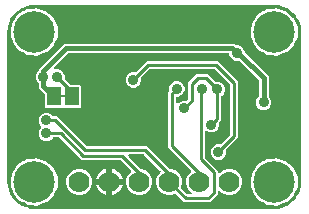
<source format=gbr>
G04 EAGLE Gerber RS-274X export*
G75*
%MOMM*%
%FSLAX34Y34*%
%LPD*%
%INBottom Copper*%
%IPPOS*%
%AMOC8*
5,1,8,0,0,1.08239X$1,22.5*%
G01*
%ADD10C,1.778000*%
%ADD11C,3.516000*%
%ADD12R,1.168400X1.600200*%
%ADD13R,0.635000X0.203200*%
%ADD14C,0.889000*%
%ADD15C,0.254000*%
%ADD16C,0.406400*%

G36*
X228622Y2543D02*
X228622Y2543D01*
X228700Y2545D01*
X232077Y2810D01*
X232145Y2824D01*
X232214Y2829D01*
X232370Y2869D01*
X238794Y4956D01*
X238901Y5006D01*
X239012Y5050D01*
X239063Y5083D01*
X239082Y5091D01*
X239097Y5104D01*
X239148Y5136D01*
X244612Y9107D01*
X244699Y9188D01*
X244746Y9227D01*
X244752Y9231D01*
X244753Y9233D01*
X244791Y9264D01*
X244829Y9310D01*
X244844Y9324D01*
X244855Y9341D01*
X244893Y9387D01*
X246586Y11717D01*
X246599Y11741D01*
X246616Y11761D01*
X246675Y11879D01*
X246739Y11996D01*
X246746Y12022D01*
X246758Y12046D01*
X246785Y12174D01*
X246799Y12185D01*
X246823Y12196D01*
X246925Y12281D01*
X247031Y12361D01*
X247048Y12382D01*
X247068Y12398D01*
X247171Y12522D01*
X248864Y14852D01*
X248921Y14956D01*
X248985Y15056D01*
X249007Y15113D01*
X249017Y15131D01*
X249022Y15151D01*
X249044Y15206D01*
X251131Y21630D01*
X251144Y21698D01*
X251167Y21764D01*
X251190Y21923D01*
X251455Y25300D01*
X251455Y25304D01*
X251456Y25307D01*
X251455Y25326D01*
X251459Y25400D01*
X251459Y152400D01*
X251457Y152422D01*
X251455Y152500D01*
X251190Y155877D01*
X251176Y155945D01*
X251171Y156014D01*
X251131Y156170D01*
X249044Y162594D01*
X248993Y162701D01*
X248950Y162812D01*
X248917Y162863D01*
X248909Y162882D01*
X248896Y162897D01*
X248864Y162948D01*
X247171Y165278D01*
X247153Y165297D01*
X247139Y165320D01*
X247044Y165413D01*
X246953Y165509D01*
X246931Y165524D01*
X246912Y165542D01*
X246798Y165608D01*
X246792Y165624D01*
X246789Y165651D01*
X246740Y165775D01*
X246697Y165900D01*
X246682Y165922D01*
X246672Y165947D01*
X246586Y166083D01*
X244893Y168413D01*
X244812Y168499D01*
X244736Y168591D01*
X244690Y168629D01*
X244676Y168644D01*
X244658Y168655D01*
X244612Y168693D01*
X239148Y172664D01*
X239044Y172721D01*
X238944Y172785D01*
X238887Y172807D01*
X238869Y172817D01*
X238849Y172822D01*
X238794Y172844D01*
X232370Y174931D01*
X232302Y174944D01*
X232236Y174967D01*
X232077Y174990D01*
X228700Y175255D01*
X228678Y175254D01*
X228600Y175259D01*
X25400Y175259D01*
X25378Y175257D01*
X25300Y175255D01*
X21923Y174990D01*
X21855Y174976D01*
X21786Y174971D01*
X21630Y174931D01*
X18892Y174041D01*
X18867Y174030D01*
X18841Y174024D01*
X18724Y173963D01*
X18604Y173906D01*
X18583Y173889D01*
X18560Y173877D01*
X18462Y173789D01*
X18445Y173788D01*
X18418Y173793D01*
X18286Y173785D01*
X18153Y173783D01*
X18128Y173775D01*
X18101Y173774D01*
X17945Y173734D01*
X15206Y172844D01*
X15099Y172794D01*
X14988Y172750D01*
X14937Y172717D01*
X14918Y172709D01*
X14903Y172696D01*
X14852Y172664D01*
X9388Y168693D01*
X9301Y168612D01*
X9209Y168536D01*
X9171Y168490D01*
X9156Y168476D01*
X9145Y168458D01*
X9107Y168412D01*
X5136Y162948D01*
X5079Y162844D01*
X5015Y162744D01*
X4993Y162687D01*
X4983Y162669D01*
X4978Y162649D01*
X4956Y162594D01*
X2869Y156170D01*
X2856Y156102D01*
X2833Y156036D01*
X2810Y155877D01*
X2545Y152500D01*
X2546Y152478D01*
X2541Y152400D01*
X2541Y25400D01*
X2543Y25378D01*
X2545Y25300D01*
X2810Y21923D01*
X2824Y21855D01*
X2829Y21786D01*
X2869Y21630D01*
X4956Y15206D01*
X5006Y15099D01*
X5050Y14988D01*
X5083Y14937D01*
X5091Y14918D01*
X5104Y14903D01*
X5136Y14852D01*
X9107Y9388D01*
X9127Y9366D01*
X9138Y9348D01*
X9184Y9305D01*
X9188Y9301D01*
X9264Y9209D01*
X9310Y9171D01*
X9324Y9156D01*
X9342Y9145D01*
X9388Y9107D01*
X14852Y5136D01*
X14956Y5079D01*
X15056Y5015D01*
X15113Y4993D01*
X15131Y4983D01*
X15151Y4978D01*
X15206Y4956D01*
X17945Y4066D01*
X17971Y4061D01*
X17996Y4051D01*
X18127Y4031D01*
X18257Y4006D01*
X18284Y4008D01*
X18310Y4004D01*
X18441Y4018D01*
X18455Y4008D01*
X18474Y3989D01*
X18585Y3917D01*
X18694Y3842D01*
X18719Y3832D01*
X18742Y3818D01*
X18892Y3759D01*
X21630Y2869D01*
X21698Y2856D01*
X21764Y2833D01*
X21923Y2810D01*
X25300Y2545D01*
X25322Y2546D01*
X25400Y2541D01*
X228600Y2541D01*
X228622Y2543D01*
G37*
%LPC*%
G36*
X152302Y8127D02*
X152302Y8127D01*
X145357Y15072D01*
X145333Y15091D01*
X145314Y15113D01*
X145208Y15188D01*
X145106Y15267D01*
X145078Y15279D01*
X145054Y15296D01*
X144933Y15342D01*
X144814Y15394D01*
X144785Y15398D01*
X144757Y15409D01*
X144628Y15423D01*
X144500Y15444D01*
X144470Y15441D01*
X144441Y15444D01*
X144312Y15426D01*
X144183Y15414D01*
X144155Y15404D01*
X144126Y15400D01*
X143974Y15348D01*
X141873Y14477D01*
X137527Y14477D01*
X133513Y16140D01*
X130440Y19213D01*
X128777Y23227D01*
X128777Y27573D01*
X130440Y31587D01*
X131919Y33066D01*
X131992Y33160D01*
X132070Y33249D01*
X132089Y33285D01*
X132114Y33317D01*
X132161Y33426D01*
X132215Y33532D01*
X132224Y33572D01*
X132240Y33609D01*
X132259Y33727D01*
X132285Y33842D01*
X132283Y33883D01*
X132290Y33923D01*
X132279Y34041D01*
X132275Y34160D01*
X132264Y34199D01*
X132260Y34239D01*
X132220Y34352D01*
X132187Y34466D01*
X132166Y34501D01*
X132152Y34539D01*
X132085Y34637D01*
X132025Y34740D01*
X131985Y34785D01*
X131974Y34802D01*
X131958Y34815D01*
X131919Y34861D01*
X118384Y48396D01*
X118305Y48456D01*
X118233Y48524D01*
X118180Y48553D01*
X118132Y48590D01*
X118041Y48630D01*
X117955Y48678D01*
X117896Y48693D01*
X117841Y48717D01*
X117743Y48732D01*
X117647Y48757D01*
X117547Y48763D01*
X117526Y48767D01*
X117514Y48765D01*
X117486Y48767D01*
X106288Y48767D01*
X106150Y48750D01*
X106011Y48737D01*
X105992Y48730D01*
X105972Y48727D01*
X105843Y48676D01*
X105712Y48629D01*
X105695Y48618D01*
X105677Y48610D01*
X105564Y48529D01*
X105449Y48451D01*
X105436Y48435D01*
X105419Y48424D01*
X105331Y48316D01*
X105238Y48212D01*
X105229Y48194D01*
X105216Y48179D01*
X105157Y48053D01*
X105094Y47929D01*
X105089Y47909D01*
X105081Y47891D01*
X105055Y47755D01*
X105024Y47619D01*
X105025Y47598D01*
X105021Y47579D01*
X105030Y47440D01*
X105034Y47301D01*
X105040Y47281D01*
X105041Y47261D01*
X105084Y47129D01*
X105122Y46995D01*
X105133Y46978D01*
X105139Y46959D01*
X105213Y46841D01*
X105284Y46721D01*
X105302Y46700D01*
X105309Y46690D01*
X105324Y46676D01*
X105390Y46601D01*
X115296Y36694D01*
X115375Y36634D01*
X115447Y36566D01*
X115500Y36537D01*
X115548Y36500D01*
X115639Y36460D01*
X115725Y36412D01*
X115784Y36397D01*
X115839Y36373D01*
X115937Y36358D01*
X116033Y36333D01*
X116133Y36327D01*
X116154Y36323D01*
X116166Y36325D01*
X116194Y36323D01*
X116473Y36323D01*
X120487Y34660D01*
X123560Y31587D01*
X125223Y27573D01*
X125223Y23227D01*
X123560Y19213D01*
X120487Y16140D01*
X116473Y14477D01*
X112127Y14477D01*
X108113Y16140D01*
X105040Y19213D01*
X103377Y23227D01*
X103377Y27573D01*
X105040Y31587D01*
X107154Y33701D01*
X107227Y33795D01*
X107305Y33884D01*
X107324Y33920D01*
X107349Y33952D01*
X107396Y34061D01*
X107450Y34167D01*
X107459Y34207D01*
X107475Y34244D01*
X107494Y34362D01*
X107520Y34477D01*
X107518Y34518D01*
X107525Y34558D01*
X107514Y34676D01*
X107510Y34795D01*
X107499Y34834D01*
X107495Y34874D01*
X107455Y34987D01*
X107422Y35101D01*
X107401Y35136D01*
X107387Y35174D01*
X107320Y35272D01*
X107260Y35375D01*
X107220Y35420D01*
X107209Y35437D01*
X107193Y35450D01*
X107154Y35496D01*
X98826Y43824D01*
X98747Y43884D01*
X98675Y43952D01*
X98622Y43981D01*
X98574Y44018D01*
X98483Y44058D01*
X98397Y44106D01*
X98338Y44121D01*
X98283Y44145D01*
X98185Y44160D01*
X98089Y44185D01*
X97989Y44191D01*
X97968Y44195D01*
X97956Y44193D01*
X97928Y44195D01*
X65318Y44195D01*
X63012Y46501D01*
X63012Y46502D01*
X46640Y62874D01*
X46562Y62934D01*
X46490Y63002D01*
X46437Y63031D01*
X46389Y63068D01*
X46298Y63108D01*
X46211Y63156D01*
X46152Y63171D01*
X46097Y63195D01*
X45999Y63210D01*
X45903Y63235D01*
X45803Y63241D01*
X45783Y63245D01*
X45770Y63243D01*
X45742Y63245D01*
X41944Y63245D01*
X41846Y63233D01*
X41747Y63230D01*
X41688Y63213D01*
X41628Y63205D01*
X41536Y63169D01*
X41441Y63141D01*
X41389Y63111D01*
X41333Y63088D01*
X41253Y63030D01*
X41167Y62980D01*
X41092Y62914D01*
X41075Y62902D01*
X41068Y62892D01*
X41046Y62874D01*
X39229Y61056D01*
X36849Y60070D01*
X34271Y60070D01*
X31891Y61056D01*
X30068Y62879D01*
X29082Y65259D01*
X29082Y67837D01*
X30068Y70217D01*
X30963Y71112D01*
X31036Y71206D01*
X31114Y71295D01*
X31133Y71331D01*
X31158Y71363D01*
X31205Y71472D01*
X31259Y71578D01*
X31268Y71617D01*
X31284Y71655D01*
X31303Y71772D01*
X31329Y71888D01*
X31327Y71929D01*
X31334Y71969D01*
X31323Y72087D01*
X31319Y72206D01*
X31308Y72245D01*
X31304Y72285D01*
X31264Y72397D01*
X31231Y72512D01*
X31210Y72547D01*
X31196Y72585D01*
X31129Y72683D01*
X31069Y72786D01*
X31029Y72831D01*
X31018Y72848D01*
X31002Y72861D01*
X30963Y72907D01*
X30068Y73801D01*
X29082Y76181D01*
X29082Y78759D01*
X30068Y81139D01*
X31891Y82962D01*
X34271Y83948D01*
X36849Y83948D01*
X39229Y82962D01*
X41046Y81144D01*
X41125Y81084D01*
X41197Y81016D01*
X41250Y80987D01*
X41298Y80950D01*
X41389Y80910D01*
X41475Y80862D01*
X41534Y80847D01*
X41590Y80823D01*
X41688Y80808D01*
X41783Y80783D01*
X41883Y80777D01*
X41904Y80773D01*
X41916Y80775D01*
X41944Y80773D01*
X44548Y80773D01*
X69576Y55744D01*
X69655Y55684D01*
X69727Y55616D01*
X69780Y55587D01*
X69828Y55550D01*
X69919Y55510D01*
X70005Y55462D01*
X70064Y55447D01*
X70119Y55423D01*
X70217Y55408D01*
X70313Y55383D01*
X70413Y55377D01*
X70434Y55373D01*
X70446Y55375D01*
X70474Y55373D01*
X120748Y55373D01*
X139426Y36694D01*
X139505Y36634D01*
X139577Y36566D01*
X139630Y36537D01*
X139678Y36500D01*
X139769Y36460D01*
X139855Y36412D01*
X139914Y36397D01*
X139969Y36373D01*
X140067Y36358D01*
X140163Y36333D01*
X140263Y36327D01*
X140284Y36323D01*
X140296Y36325D01*
X140324Y36323D01*
X141873Y36323D01*
X145887Y34660D01*
X148960Y31587D01*
X150623Y27573D01*
X150623Y23227D01*
X149752Y21126D01*
X149745Y21098D01*
X149731Y21072D01*
X149703Y20944D01*
X149669Y20820D01*
X149668Y20790D01*
X149662Y20761D01*
X149666Y20632D01*
X149663Y20502D01*
X149670Y20473D01*
X149671Y20443D01*
X149707Y20319D01*
X149738Y20192D01*
X149751Y20166D01*
X149760Y20138D01*
X149826Y20026D01*
X149886Y19911D01*
X149906Y19889D01*
X149921Y19864D01*
X150028Y19743D01*
X154666Y15104D01*
X154745Y15044D01*
X154817Y14976D01*
X154870Y14947D01*
X154918Y14910D01*
X155009Y14870D01*
X155095Y14822D01*
X155154Y14807D01*
X155209Y14783D01*
X155307Y14768D01*
X155403Y14743D01*
X155503Y14737D01*
X155524Y14733D01*
X155536Y14735D01*
X155564Y14733D01*
X157256Y14733D01*
X157393Y14750D01*
X157532Y14763D01*
X157551Y14770D01*
X157572Y14773D01*
X157700Y14824D01*
X157832Y14871D01*
X157848Y14882D01*
X157867Y14890D01*
X157980Y14971D01*
X158095Y15049D01*
X158108Y15065D01*
X158125Y15076D01*
X158213Y15184D01*
X158305Y15288D01*
X158314Y15306D01*
X158327Y15321D01*
X158387Y15447D01*
X158450Y15571D01*
X158454Y15591D01*
X158463Y15609D01*
X158489Y15745D01*
X158519Y15881D01*
X158519Y15902D01*
X158523Y15921D01*
X158514Y16060D01*
X158510Y16199D01*
X158504Y16219D01*
X158503Y16239D01*
X158460Y16371D01*
X158421Y16505D01*
X158411Y16522D01*
X158405Y16541D01*
X158330Y16659D01*
X158260Y16779D01*
X158241Y16800D01*
X158235Y16810D01*
X158220Y16824D01*
X158153Y16899D01*
X155840Y19213D01*
X154177Y23227D01*
X154177Y27573D01*
X155840Y31587D01*
X157954Y33701D01*
X158027Y33795D01*
X158105Y33884D01*
X158124Y33920D01*
X158149Y33952D01*
X158196Y34061D01*
X158250Y34167D01*
X158259Y34207D01*
X158275Y34244D01*
X158294Y34362D01*
X158320Y34477D01*
X158318Y34518D01*
X158325Y34558D01*
X158314Y34676D01*
X158310Y34795D01*
X158299Y34834D01*
X158295Y34874D01*
X158255Y34987D01*
X158222Y35101D01*
X158201Y35136D01*
X158187Y35174D01*
X158120Y35272D01*
X158060Y35375D01*
X158020Y35420D01*
X158009Y35437D01*
X157993Y35450D01*
X157954Y35496D01*
X138937Y54512D01*
X138937Y101698D01*
X139201Y101961D01*
X139261Y102040D01*
X139329Y102112D01*
X139358Y102165D01*
X139395Y102213D01*
X139435Y102304D01*
X139483Y102390D01*
X139498Y102449D01*
X139522Y102504D01*
X139537Y102602D01*
X139562Y102698D01*
X139568Y102798D01*
X139572Y102819D01*
X139570Y102831D01*
X139572Y102859D01*
X139572Y105429D01*
X140558Y107809D01*
X142381Y109632D01*
X144761Y110618D01*
X147339Y110618D01*
X149719Y109632D01*
X151542Y107809D01*
X152528Y105429D01*
X152528Y102851D01*
X151542Y100471D01*
X149719Y98648D01*
X147339Y97662D01*
X146812Y97662D01*
X146694Y97647D01*
X146575Y97640D01*
X146537Y97627D01*
X146496Y97622D01*
X146386Y97579D01*
X146273Y97542D01*
X146238Y97520D01*
X146201Y97505D01*
X146105Y97436D01*
X146004Y97372D01*
X145976Y97342D01*
X145943Y97319D01*
X145867Y97227D01*
X145786Y97140D01*
X145766Y97105D01*
X145741Y97074D01*
X145690Y96966D01*
X145632Y96862D01*
X145622Y96822D01*
X145605Y96786D01*
X145583Y96669D01*
X145553Y96554D01*
X145549Y96494D01*
X145545Y96474D01*
X145547Y96453D01*
X145543Y96393D01*
X145543Y92998D01*
X145560Y92860D01*
X145573Y92721D01*
X145580Y92702D01*
X145583Y92682D01*
X145634Y92553D01*
X145681Y92422D01*
X145692Y92405D01*
X145700Y92387D01*
X145781Y92274D01*
X145859Y92159D01*
X145875Y92146D01*
X145886Y92129D01*
X145994Y92040D01*
X146098Y91949D01*
X146116Y91939D01*
X146131Y91926D01*
X146257Y91867D01*
X146381Y91804D01*
X146401Y91800D01*
X146419Y91791D01*
X146556Y91765D01*
X146691Y91734D01*
X146712Y91735D01*
X146731Y91731D01*
X146870Y91740D01*
X147009Y91744D01*
X147029Y91750D01*
X147049Y91751D01*
X147181Y91794D01*
X147315Y91832D01*
X147332Y91843D01*
X147351Y91849D01*
X147469Y91923D01*
X147589Y91994D01*
X147610Y92012D01*
X147620Y92019D01*
X147634Y92034D01*
X147709Y92100D01*
X148731Y93122D01*
X151111Y94108D01*
X153681Y94108D01*
X153779Y94120D01*
X153878Y94123D01*
X153937Y94140D01*
X153997Y94148D01*
X154089Y94184D01*
X154184Y94212D01*
X154236Y94242D01*
X154292Y94265D01*
X154372Y94323D01*
X154458Y94373D01*
X154533Y94439D01*
X154550Y94451D01*
X154558Y94461D01*
X154579Y94479D01*
X155076Y94976D01*
X155136Y95055D01*
X155204Y95127D01*
X155233Y95180D01*
X155270Y95228D01*
X155310Y95319D01*
X155358Y95405D01*
X155373Y95464D01*
X155397Y95519D01*
X155412Y95617D01*
X155437Y95713D01*
X155443Y95813D01*
X155447Y95834D01*
X155445Y95846D01*
X155447Y95874D01*
X155447Y109318D01*
X162462Y116333D01*
X172344Y116333D01*
X178114Y110562D01*
X178193Y110502D01*
X178265Y110434D01*
X178318Y110405D01*
X178366Y110368D01*
X178456Y110328D01*
X178543Y110280D01*
X178602Y110265D01*
X178657Y110241D01*
X178755Y110226D01*
X178851Y110201D01*
X178951Y110195D01*
X178971Y110191D01*
X178984Y110193D01*
X179012Y110191D01*
X181581Y110191D01*
X183962Y109205D01*
X185785Y107382D01*
X186771Y105002D01*
X186771Y102424D01*
X185785Y100044D01*
X183967Y98227D01*
X183907Y98148D01*
X183839Y98076D01*
X183810Y98023D01*
X183772Y97975D01*
X183733Y97884D01*
X183685Y97798D01*
X183670Y97739D01*
X183646Y97683D01*
X183631Y97585D01*
X183606Y97490D01*
X183600Y97390D01*
X183596Y97369D01*
X183597Y97357D01*
X183596Y97329D01*
X183596Y77452D01*
X182109Y75966D01*
X182049Y75887D01*
X181981Y75815D01*
X181952Y75762D01*
X181915Y75714D01*
X181875Y75623D01*
X181827Y75537D01*
X181812Y75478D01*
X181788Y75423D01*
X181773Y75325D01*
X181748Y75229D01*
X181742Y75129D01*
X181738Y75108D01*
X181740Y75096D01*
X181738Y75068D01*
X181738Y72498D01*
X180752Y70118D01*
X178929Y68295D01*
X176549Y67309D01*
X173971Y67309D01*
X171428Y68363D01*
X171380Y68376D01*
X171335Y68397D01*
X171227Y68418D01*
X171121Y68447D01*
X171071Y68448D01*
X171022Y68457D01*
X170913Y68450D01*
X170803Y68452D01*
X170755Y68440D01*
X170705Y68437D01*
X170601Y68403D01*
X170494Y68378D01*
X170450Y68355D01*
X170403Y68339D01*
X170310Y68280D01*
X170213Y68229D01*
X170176Y68196D01*
X170134Y68169D01*
X170058Y68089D01*
X169977Y68015D01*
X169950Y67974D01*
X169916Y67937D01*
X169863Y67841D01*
X169803Y67749D01*
X169786Y67702D01*
X169762Y67659D01*
X169735Y67553D01*
X169699Y67449D01*
X169695Y67399D01*
X169683Y67351D01*
X169673Y67190D01*
X169673Y46344D01*
X169685Y46246D01*
X169688Y46147D01*
X169705Y46088D01*
X169713Y46028D01*
X169749Y45936D01*
X169777Y45841D01*
X169807Y45789D01*
X169830Y45733D01*
X169888Y45653D01*
X169938Y45567D01*
X170004Y45492D01*
X170016Y45475D01*
X170026Y45467D01*
X170044Y45446D01*
X180595Y34896D01*
X180595Y34006D01*
X180612Y33869D01*
X180625Y33730D01*
X180632Y33711D01*
X180635Y33690D01*
X180686Y33562D01*
X180733Y33430D01*
X180744Y33414D01*
X180752Y33395D01*
X180833Y33282D01*
X180911Y33167D01*
X180927Y33154D01*
X180938Y33137D01*
X181046Y33049D01*
X181150Y32957D01*
X181168Y32948D01*
X181183Y32935D01*
X181309Y32875D01*
X181433Y32812D01*
X181453Y32808D01*
X181471Y32799D01*
X181608Y32773D01*
X181743Y32743D01*
X181764Y32743D01*
X181783Y32739D01*
X181922Y32748D01*
X182061Y32752D01*
X182081Y32758D01*
X182101Y32759D01*
X182233Y32802D01*
X182367Y32841D01*
X182384Y32851D01*
X182403Y32857D01*
X182521Y32932D01*
X182641Y33002D01*
X182662Y33021D01*
X182672Y33027D01*
X182686Y33042D01*
X182761Y33109D01*
X184313Y34660D01*
X188327Y36323D01*
X192673Y36323D01*
X196687Y34660D01*
X199760Y31587D01*
X201423Y27573D01*
X201423Y23227D01*
X199760Y19213D01*
X196687Y16140D01*
X192673Y14477D01*
X188327Y14477D01*
X184313Y16140D01*
X182761Y17691D01*
X182652Y17777D01*
X182545Y17865D01*
X182526Y17874D01*
X182510Y17886D01*
X182382Y17942D01*
X182257Y18001D01*
X182237Y18005D01*
X182218Y18013D01*
X182080Y18035D01*
X181944Y18061D01*
X181924Y18059D01*
X181904Y18063D01*
X181765Y18050D01*
X181627Y18041D01*
X181608Y18035D01*
X181588Y18033D01*
X181456Y17986D01*
X181325Y17943D01*
X181307Y17932D01*
X181288Y17925D01*
X181173Y17847D01*
X181056Y17773D01*
X181042Y17758D01*
X181025Y17747D01*
X180933Y17642D01*
X180838Y17541D01*
X180828Y17523D01*
X180815Y17508D01*
X180751Y17384D01*
X180684Y17263D01*
X180679Y17243D01*
X180670Y17225D01*
X180640Y17089D01*
X180605Y16955D01*
X180603Y16927D01*
X180600Y16915D01*
X180601Y16894D01*
X180595Y16794D01*
X180595Y14634D01*
X174088Y8127D01*
X152302Y8127D01*
G37*
%LPD*%
%LPC*%
G36*
X218294Y86232D02*
X218294Y86232D01*
X215914Y87218D01*
X214091Y89041D01*
X213105Y91421D01*
X213105Y93999D01*
X214091Y96379D01*
X215147Y97434D01*
X215207Y97513D01*
X215275Y97585D01*
X215304Y97638D01*
X215341Y97686D01*
X215381Y97777D01*
X215429Y97863D01*
X215444Y97922D01*
X215468Y97978D01*
X215483Y98076D01*
X215508Y98171D01*
X215514Y98271D01*
X215518Y98292D01*
X215516Y98304D01*
X215518Y98332D01*
X215518Y110948D01*
X215506Y111046D01*
X215503Y111145D01*
X215486Y111203D01*
X215478Y111263D01*
X215442Y111355D01*
X215414Y111450D01*
X215384Y111502D01*
X215361Y111559D01*
X215303Y111639D01*
X215253Y111724D01*
X215187Y111800D01*
X215175Y111816D01*
X215165Y111824D01*
X215147Y111845D01*
X199221Y127771D01*
X199143Y127831D01*
X199071Y127899D01*
X199018Y127928D01*
X198970Y127965D01*
X198879Y128005D01*
X198792Y128053D01*
X198734Y128068D01*
X198678Y128092D01*
X198580Y128107D01*
X198484Y128132D01*
X198384Y128138D01*
X198364Y128142D01*
X198352Y128140D01*
X198324Y128142D01*
X195561Y128142D01*
X193181Y129128D01*
X191358Y130951D01*
X190276Y133565D01*
X190274Y133568D01*
X190252Y133635D01*
X190230Y133670D01*
X190215Y133707D01*
X190146Y133803D01*
X190082Y133904D01*
X190052Y133932D01*
X190029Y133965D01*
X189937Y134041D01*
X189850Y134122D01*
X189815Y134142D01*
X189784Y134167D01*
X189676Y134218D01*
X189572Y134276D01*
X189532Y134286D01*
X189496Y134303D01*
X189379Y134325D01*
X189264Y134355D01*
X189204Y134359D01*
X189184Y134363D01*
X189163Y134361D01*
X189103Y134365D01*
X54279Y134365D01*
X54181Y134353D01*
X54082Y134350D01*
X54024Y134333D01*
X53964Y134325D01*
X53872Y134289D01*
X53777Y134261D01*
X53725Y134231D01*
X53668Y134208D01*
X53588Y134150D01*
X53503Y134100D01*
X53427Y134034D01*
X53411Y134022D01*
X53403Y134012D01*
X53382Y133994D01*
X42333Y122944D01*
X42248Y122835D01*
X42159Y122728D01*
X42150Y122709D01*
X42138Y122693D01*
X42082Y122565D01*
X42023Y122440D01*
X42020Y122420D01*
X42012Y122401D01*
X41990Y122263D01*
X41964Y122127D01*
X41965Y122107D01*
X41962Y122087D01*
X41975Y121948D01*
X41983Y121810D01*
X41990Y121791D01*
X41992Y121771D01*
X42039Y121639D01*
X42081Y121508D01*
X42092Y121490D01*
X42099Y121471D01*
X42177Y121356D01*
X42252Y121239D01*
X42266Y121225D01*
X42278Y121208D01*
X42382Y121116D01*
X42483Y121021D01*
X42501Y121011D01*
X42516Y120998D01*
X42640Y120934D01*
X42762Y120867D01*
X42781Y120862D01*
X42799Y120853D01*
X42935Y120823D01*
X43070Y120788D01*
X43098Y120786D01*
X43110Y120783D01*
X43130Y120784D01*
X43230Y120778D01*
X45739Y120778D01*
X48119Y119792D01*
X49942Y117969D01*
X50928Y115589D01*
X50928Y113019D01*
X50940Y112921D01*
X50943Y112822D01*
X50960Y112763D01*
X50968Y112703D01*
X51004Y112611D01*
X51032Y112516D01*
X51062Y112464D01*
X51085Y112408D01*
X51143Y112328D01*
X51193Y112242D01*
X51259Y112167D01*
X51271Y112150D01*
X51281Y112142D01*
X51299Y112121D01*
X55225Y108195D01*
X55304Y108135D01*
X55376Y108067D01*
X55429Y108038D01*
X55477Y108001D01*
X55568Y107961D01*
X55654Y107913D01*
X55713Y107898D01*
X55768Y107874D01*
X55866Y107859D01*
X55962Y107834D01*
X56062Y107828D01*
X56082Y107824D01*
X56095Y107826D01*
X56123Y107824D01*
X63834Y107824D01*
X65025Y106633D01*
X65025Y88947D01*
X63834Y87756D01*
X50466Y87756D01*
X50428Y87795D01*
X50333Y87868D01*
X50244Y87947D01*
X50208Y87965D01*
X50176Y87990D01*
X50067Y88037D01*
X49961Y88091D01*
X49921Y88100D01*
X49884Y88116D01*
X49767Y88135D01*
X49651Y88161D01*
X49610Y88160D01*
X49570Y88166D01*
X49452Y88155D01*
X49333Y88151D01*
X49294Y88140D01*
X49254Y88136D01*
X49141Y88096D01*
X49027Y88063D01*
X48993Y88042D01*
X48954Y88029D01*
X48856Y87962D01*
X48753Y87901D01*
X48708Y87861D01*
X48691Y87850D01*
X48678Y87835D01*
X48633Y87795D01*
X48594Y87756D01*
X35226Y87756D01*
X34035Y88947D01*
X34035Y99391D01*
X34023Y99489D01*
X34020Y99588D01*
X34003Y99646D01*
X33995Y99706D01*
X33959Y99798D01*
X33931Y99893D01*
X33901Y99946D01*
X33878Y100002D01*
X33820Y100082D01*
X33770Y100167D01*
X33704Y100243D01*
X33692Y100259D01*
X33682Y100267D01*
X33664Y100288D01*
X31708Y102244D01*
X28955Y104996D01*
X28955Y108678D01*
X28943Y108776D01*
X28940Y108875D01*
X28923Y108934D01*
X28915Y108994D01*
X28879Y109086D01*
X28851Y109181D01*
X28821Y109233D01*
X28798Y109289D01*
X28740Y109369D01*
X28690Y109455D01*
X28624Y109530D01*
X28612Y109547D01*
X28602Y109555D01*
X28583Y109576D01*
X27528Y110631D01*
X26542Y113011D01*
X26542Y115589D01*
X27528Y117969D01*
X28583Y119024D01*
X28644Y119102D01*
X28712Y119175D01*
X28741Y119228D01*
X28778Y119276D01*
X28818Y119366D01*
X28866Y119453D01*
X28881Y119512D01*
X28905Y119568D01*
X28920Y119665D01*
X28945Y119761D01*
X28951Y119861D01*
X28955Y119882D01*
X28953Y119894D01*
X28955Y119922D01*
X28955Y121064D01*
X50386Y142495D01*
X194724Y142495D01*
X195749Y141469D01*
X195827Y141409D01*
X195899Y141341D01*
X195952Y141312D01*
X196000Y141275D01*
X196091Y141235D01*
X196178Y141187D01*
X196236Y141172D01*
X196292Y141148D01*
X196390Y141133D01*
X196486Y141108D01*
X196586Y141102D01*
X196606Y141098D01*
X196618Y141100D01*
X196646Y141098D01*
X198139Y141098D01*
X200519Y140112D01*
X202342Y138289D01*
X203328Y135909D01*
X203328Y135686D01*
X203340Y135588D01*
X203343Y135489D01*
X203360Y135431D01*
X203368Y135371D01*
X203404Y135279D01*
X203432Y135184D01*
X203462Y135132D01*
X203485Y135075D01*
X203543Y134995D01*
X203593Y134910D01*
X203659Y134834D01*
X203671Y134818D01*
X203681Y134810D01*
X203699Y134789D01*
X223648Y114841D01*
X223648Y98332D01*
X223660Y98234D01*
X223663Y98135D01*
X223680Y98076D01*
X223688Y98016D01*
X223724Y97924D01*
X223752Y97829D01*
X223782Y97777D01*
X223805Y97721D01*
X223863Y97641D01*
X223913Y97555D01*
X223979Y97480D01*
X223991Y97463D01*
X224001Y97456D01*
X224019Y97434D01*
X225075Y96379D01*
X226061Y93999D01*
X226061Y91421D01*
X225075Y89041D01*
X223252Y87218D01*
X220872Y86232D01*
X218294Y86232D01*
G37*
%LPD*%
%LPC*%
G36*
X179794Y44195D02*
X179794Y44195D01*
X177414Y45181D01*
X175591Y47004D01*
X174605Y49384D01*
X174605Y51962D01*
X175591Y54342D01*
X177414Y56165D01*
X179794Y57151D01*
X182364Y57151D01*
X182462Y57163D01*
X182561Y57166D01*
X182620Y57183D01*
X182680Y57191D01*
X182772Y57227D01*
X182867Y57255D01*
X182919Y57285D01*
X182975Y57308D01*
X183055Y57366D01*
X183141Y57416D01*
X183216Y57482D01*
X183233Y57494D01*
X183241Y57504D01*
X183262Y57522D01*
X190636Y64896D01*
X190696Y64975D01*
X190764Y65047D01*
X190793Y65100D01*
X190830Y65148D01*
X190870Y65239D01*
X190918Y65325D01*
X190933Y65384D01*
X190957Y65439D01*
X190972Y65537D01*
X190997Y65633D01*
X191003Y65733D01*
X191007Y65754D01*
X191005Y65766D01*
X191007Y65794D01*
X191007Y107326D01*
X190995Y107424D01*
X190992Y107523D01*
X190975Y107582D01*
X190967Y107642D01*
X190931Y107734D01*
X190903Y107829D01*
X190873Y107881D01*
X190850Y107937D01*
X190792Y108017D01*
X190742Y108103D01*
X190676Y108178D01*
X190664Y108195D01*
X190654Y108203D01*
X190636Y108224D01*
X178074Y120786D01*
X177995Y120846D01*
X177923Y120914D01*
X177870Y120943D01*
X177822Y120980D01*
X177731Y121020D01*
X177645Y121068D01*
X177586Y121083D01*
X177531Y121107D01*
X177433Y121122D01*
X177337Y121147D01*
X177237Y121153D01*
X177216Y121157D01*
X177204Y121155D01*
X177176Y121157D01*
X123814Y121157D01*
X123716Y121145D01*
X123617Y121142D01*
X123558Y121125D01*
X123498Y121117D01*
X123406Y121081D01*
X123311Y121053D01*
X123259Y121023D01*
X123203Y121000D01*
X123123Y120942D01*
X123037Y120892D01*
X122962Y120826D01*
X122945Y120814D01*
X122937Y120804D01*
X122916Y120786D01*
X116069Y113939D01*
X116009Y113860D01*
X115941Y113788D01*
X115912Y113735D01*
X115875Y113687D01*
X115835Y113596D01*
X115787Y113510D01*
X115772Y113451D01*
X115748Y113396D01*
X115733Y113298D01*
X115708Y113202D01*
X115702Y113102D01*
X115698Y113081D01*
X115700Y113069D01*
X115698Y113041D01*
X115698Y110471D01*
X114712Y108091D01*
X112889Y106268D01*
X110509Y105282D01*
X107931Y105282D01*
X105551Y106268D01*
X103728Y108091D01*
X102742Y110471D01*
X102742Y113049D01*
X103728Y115429D01*
X105551Y117252D01*
X107931Y118238D01*
X110501Y118238D01*
X110599Y118250D01*
X110698Y118253D01*
X110757Y118270D01*
X110817Y118278D01*
X110909Y118314D01*
X111004Y118342D01*
X111056Y118372D01*
X111112Y118395D01*
X111192Y118453D01*
X111278Y118503D01*
X111353Y118569D01*
X111370Y118581D01*
X111378Y118591D01*
X111399Y118609D01*
X120552Y127763D01*
X180438Y127763D01*
X197613Y110588D01*
X197613Y62532D01*
X187932Y52852D01*
X187872Y52773D01*
X187804Y52701D01*
X187775Y52648D01*
X187738Y52600D01*
X187698Y52509D01*
X187650Y52423D01*
X187635Y52364D01*
X187611Y52309D01*
X187596Y52211D01*
X187571Y52115D01*
X187565Y52015D01*
X187561Y51994D01*
X187563Y51982D01*
X187561Y51954D01*
X187561Y49384D01*
X186575Y47004D01*
X184752Y45181D01*
X182372Y44195D01*
X179794Y44195D01*
G37*
%LPD*%
%LPC*%
G36*
X226876Y5780D02*
X226876Y5780D01*
X226858Y5780D01*
X226743Y5787D01*
X224699Y5787D01*
X224151Y6014D01*
X224052Y6041D01*
X223957Y6077D01*
X223865Y6092D01*
X223844Y6098D01*
X223831Y6098D01*
X223798Y6104D01*
X222379Y6253D01*
X219415Y7964D01*
X219413Y7965D01*
X219410Y7967D01*
X219266Y8038D01*
X217490Y8773D01*
X216893Y9370D01*
X216826Y9422D01*
X216765Y9483D01*
X216651Y9558D01*
X216642Y9565D01*
X216638Y9567D01*
X216631Y9572D01*
X215129Y10439D01*
X213339Y12903D01*
X213326Y12917D01*
X213316Y12933D01*
X213209Y13054D01*
X211973Y14290D01*
X211557Y15296D01*
X211522Y15356D01*
X211497Y15420D01*
X211411Y15556D01*
X210208Y17211D01*
X209647Y19849D01*
X209636Y19883D01*
X209631Y19919D01*
X209579Y20071D01*
X208987Y21499D01*
X208987Y22822D01*
X208981Y22874D01*
X208983Y22926D01*
X208960Y23086D01*
X208468Y25400D01*
X208960Y27714D01*
X208964Y27767D01*
X208977Y27817D01*
X208987Y27978D01*
X208987Y29301D01*
X209579Y30729D01*
X209588Y30763D01*
X209604Y30795D01*
X209647Y30951D01*
X210208Y33589D01*
X211411Y35244D01*
X211444Y35305D01*
X211486Y35360D01*
X211557Y35504D01*
X211973Y36510D01*
X213209Y37746D01*
X213221Y37761D01*
X213236Y37773D01*
X213339Y37897D01*
X215129Y40361D01*
X216631Y41228D01*
X216699Y41280D01*
X216773Y41324D01*
X216875Y41414D01*
X216884Y41421D01*
X216887Y41424D01*
X216893Y41430D01*
X217490Y42027D01*
X219266Y42762D01*
X219268Y42764D01*
X219271Y42764D01*
X219415Y42836D01*
X222379Y44547D01*
X223798Y44696D01*
X223898Y44720D01*
X223999Y44734D01*
X224087Y44764D01*
X224108Y44769D01*
X224120Y44775D01*
X224151Y44786D01*
X224699Y45013D01*
X226743Y45013D01*
X226760Y45015D01*
X226876Y45020D01*
X230704Y45422D01*
X231773Y45075D01*
X231890Y45053D01*
X232005Y45023D01*
X232065Y45019D01*
X232085Y45015D01*
X232106Y45017D01*
X232165Y45013D01*
X232501Y45013D01*
X234409Y44223D01*
X234430Y44217D01*
X234503Y44188D01*
X238666Y42835D01*
X239278Y42285D01*
X239389Y42207D01*
X239497Y42126D01*
X239527Y42111D01*
X239539Y42103D01*
X239559Y42096D01*
X239641Y42055D01*
X239710Y42027D01*
X241005Y40732D01*
X241019Y40721D01*
X241053Y40686D01*
X244887Y37234D01*
X245100Y36756D01*
X245179Y36626D01*
X245450Y35971D01*
X245455Y35963D01*
X245463Y35941D01*
X248292Y29586D01*
X248292Y21214D01*
X245463Y14859D01*
X245460Y14849D01*
X245450Y14829D01*
X245194Y14211D01*
X245175Y14187D01*
X245170Y14178D01*
X245168Y14175D01*
X245163Y14165D01*
X245100Y14044D01*
X244985Y13785D01*
X244977Y13759D01*
X244964Y13736D01*
X244931Y13607D01*
X244914Y13552D01*
X244880Y13536D01*
X244860Y13519D01*
X244836Y13507D01*
X244710Y13407D01*
X241053Y10114D01*
X241041Y10100D01*
X241005Y10068D01*
X239710Y8773D01*
X239641Y8745D01*
X239524Y8678D01*
X239404Y8615D01*
X239377Y8594D01*
X239365Y8587D01*
X239350Y8572D01*
X239278Y8515D01*
X238666Y7965D01*
X234502Y6612D01*
X234483Y6603D01*
X234409Y6577D01*
X232501Y5787D01*
X232165Y5787D01*
X232047Y5772D01*
X231929Y5765D01*
X231870Y5750D01*
X231850Y5747D01*
X231831Y5740D01*
X231773Y5725D01*
X230704Y5378D01*
X226876Y5780D01*
G37*
%LPD*%
%LPC*%
G36*
X226876Y132780D02*
X226876Y132780D01*
X226858Y132780D01*
X226743Y132787D01*
X224699Y132787D01*
X224151Y133014D01*
X224052Y133041D01*
X223957Y133077D01*
X223865Y133092D01*
X223844Y133098D01*
X223831Y133098D01*
X223798Y133104D01*
X222379Y133253D01*
X219415Y134964D01*
X219413Y134965D01*
X219410Y134967D01*
X219266Y135038D01*
X217490Y135773D01*
X216893Y136370D01*
X216826Y136422D01*
X216765Y136483D01*
X216651Y136558D01*
X216642Y136565D01*
X216638Y136567D01*
X216631Y136572D01*
X215129Y137439D01*
X213339Y139903D01*
X213326Y139917D01*
X213316Y139933D01*
X213209Y140054D01*
X211973Y141290D01*
X211557Y142296D01*
X211522Y142356D01*
X211497Y142420D01*
X211411Y142556D01*
X210208Y144211D01*
X209647Y146849D01*
X209636Y146883D01*
X209631Y146919D01*
X209579Y147071D01*
X208987Y148499D01*
X208987Y149822D01*
X208981Y149874D01*
X208983Y149926D01*
X208960Y150086D01*
X208468Y152400D01*
X208960Y154714D01*
X208964Y154767D01*
X208977Y154817D01*
X208987Y154978D01*
X208987Y156301D01*
X209579Y157729D01*
X209588Y157763D01*
X209604Y157795D01*
X209647Y157951D01*
X210208Y160589D01*
X211411Y162244D01*
X211444Y162305D01*
X211486Y162360D01*
X211557Y162504D01*
X211973Y163510D01*
X213209Y164746D01*
X213221Y164761D01*
X213236Y164773D01*
X213339Y164897D01*
X215129Y167361D01*
X216631Y168228D01*
X216699Y168280D01*
X216773Y168324D01*
X216875Y168414D01*
X216884Y168421D01*
X216887Y168424D01*
X216893Y168430D01*
X217490Y169027D01*
X219266Y169762D01*
X219268Y169764D01*
X219271Y169764D01*
X219415Y169836D01*
X222379Y171547D01*
X223798Y171696D01*
X223898Y171720D01*
X223999Y171734D01*
X224087Y171764D01*
X224108Y171769D01*
X224120Y171775D01*
X224151Y171786D01*
X224699Y172013D01*
X226743Y172013D01*
X226760Y172015D01*
X226876Y172020D01*
X230704Y172422D01*
X231773Y172075D01*
X231890Y172053D01*
X232005Y172023D01*
X232065Y172019D01*
X232085Y172015D01*
X232106Y172017D01*
X232165Y172013D01*
X232501Y172013D01*
X234409Y171223D01*
X234430Y171217D01*
X234503Y171188D01*
X238666Y169835D01*
X239278Y169285D01*
X239389Y169207D01*
X239497Y169126D01*
X239527Y169111D01*
X239539Y169103D01*
X239559Y169096D01*
X239641Y169055D01*
X239710Y169027D01*
X241005Y167732D01*
X241019Y167721D01*
X241053Y167686D01*
X244710Y164393D01*
X244732Y164378D01*
X244750Y164359D01*
X244862Y164287D01*
X244910Y164254D01*
X244914Y164217D01*
X244924Y164192D01*
X244929Y164166D01*
X244985Y164015D01*
X245100Y163756D01*
X245179Y163626D01*
X245450Y162971D01*
X245455Y162963D01*
X245463Y162941D01*
X248292Y156586D01*
X248292Y148214D01*
X245463Y141859D01*
X245460Y141849D01*
X245450Y141829D01*
X245194Y141211D01*
X245175Y141187D01*
X245170Y141179D01*
X245168Y141175D01*
X245163Y141164D01*
X245100Y141044D01*
X244887Y140566D01*
X241053Y137114D01*
X241041Y137100D01*
X241005Y137068D01*
X239710Y135773D01*
X239641Y135745D01*
X239524Y135678D01*
X239404Y135615D01*
X239377Y135594D01*
X239365Y135587D01*
X239350Y135572D01*
X239278Y135515D01*
X238666Y134965D01*
X234502Y133612D01*
X234483Y133603D01*
X234409Y133577D01*
X232501Y132787D01*
X232165Y132787D01*
X232047Y132772D01*
X231929Y132765D01*
X231870Y132750D01*
X231850Y132747D01*
X231831Y132740D01*
X231773Y132725D01*
X230704Y132378D01*
X226876Y132780D01*
G37*
%LPD*%
%LPC*%
G36*
X23676Y5780D02*
X23676Y5780D01*
X23658Y5780D01*
X23543Y5787D01*
X21499Y5787D01*
X20951Y6014D01*
X20852Y6041D01*
X20757Y6077D01*
X20665Y6092D01*
X20644Y6098D01*
X20631Y6098D01*
X20598Y6104D01*
X19416Y6228D01*
X19390Y6227D01*
X19364Y6232D01*
X19231Y6224D01*
X19173Y6223D01*
X19147Y6250D01*
X19125Y6265D01*
X19106Y6283D01*
X18972Y6372D01*
X16215Y7964D01*
X16213Y7965D01*
X16210Y7967D01*
X16066Y8038D01*
X14290Y8773D01*
X13693Y9370D01*
X13626Y9422D01*
X13565Y9483D01*
X13451Y9558D01*
X13442Y9565D01*
X13438Y9567D01*
X13431Y9572D01*
X11929Y10439D01*
X10139Y12903D01*
X10126Y12917D01*
X10116Y12933D01*
X10009Y13054D01*
X8773Y14290D01*
X8357Y15296D01*
X8322Y15356D01*
X8297Y15420D01*
X8211Y15556D01*
X7008Y17211D01*
X6447Y19849D01*
X6436Y19883D01*
X6431Y19919D01*
X6379Y20071D01*
X5787Y21499D01*
X5787Y22822D01*
X5781Y22874D01*
X5783Y22926D01*
X5760Y23086D01*
X5268Y25400D01*
X5760Y27714D01*
X5764Y27767D01*
X5777Y27817D01*
X5787Y27978D01*
X5787Y29301D01*
X6379Y30729D01*
X6388Y30763D01*
X6404Y30795D01*
X6447Y30951D01*
X7008Y33589D01*
X8211Y35244D01*
X8244Y35305D01*
X8286Y35360D01*
X8357Y35504D01*
X8773Y36510D01*
X10009Y37746D01*
X10021Y37761D01*
X10036Y37773D01*
X10139Y37897D01*
X11929Y40361D01*
X13431Y41228D01*
X13499Y41280D01*
X13573Y41324D01*
X13675Y41414D01*
X13684Y41421D01*
X13687Y41424D01*
X13693Y41430D01*
X14290Y42027D01*
X16066Y42762D01*
X16068Y42764D01*
X16071Y42764D01*
X16215Y42836D01*
X19179Y44547D01*
X20598Y44696D01*
X20698Y44720D01*
X20799Y44734D01*
X20887Y44764D01*
X20908Y44769D01*
X20920Y44775D01*
X20951Y44786D01*
X21499Y45013D01*
X23543Y45013D01*
X23560Y45015D01*
X23676Y45020D01*
X27504Y45422D01*
X28573Y45075D01*
X28690Y45053D01*
X28805Y45023D01*
X28865Y45019D01*
X28885Y45015D01*
X28906Y45017D01*
X28965Y45013D01*
X29301Y45013D01*
X31209Y44223D01*
X31230Y44217D01*
X31303Y44188D01*
X35466Y42835D01*
X36078Y42285D01*
X36189Y42207D01*
X36297Y42126D01*
X36327Y42111D01*
X36339Y42103D01*
X36359Y42096D01*
X36441Y42055D01*
X36510Y42027D01*
X37805Y40732D01*
X37819Y40721D01*
X37853Y40686D01*
X41687Y37234D01*
X41900Y36756D01*
X41979Y36626D01*
X42250Y35971D01*
X42255Y35963D01*
X42263Y35941D01*
X45092Y29586D01*
X45092Y21214D01*
X42263Y14859D01*
X42260Y14849D01*
X42250Y14829D01*
X41994Y14211D01*
X41975Y14187D01*
X41970Y14179D01*
X41968Y14175D01*
X41963Y14164D01*
X41900Y14044D01*
X41687Y13566D01*
X37853Y10114D01*
X37841Y10100D01*
X37805Y10068D01*
X36510Y8773D01*
X36441Y8745D01*
X36324Y8678D01*
X36204Y8615D01*
X36177Y8594D01*
X36165Y8587D01*
X36150Y8572D01*
X36078Y8515D01*
X35466Y7965D01*
X31302Y6612D01*
X31283Y6603D01*
X31209Y6577D01*
X29301Y5787D01*
X28965Y5787D01*
X28847Y5772D01*
X28729Y5765D01*
X28670Y5750D01*
X28650Y5747D01*
X28631Y5740D01*
X28573Y5725D01*
X27504Y5378D01*
X23676Y5780D01*
G37*
%LPD*%
%LPC*%
G36*
X23676Y132780D02*
X23676Y132780D01*
X23658Y132780D01*
X23543Y132787D01*
X21499Y132787D01*
X20951Y133014D01*
X20852Y133041D01*
X20757Y133077D01*
X20665Y133092D01*
X20644Y133098D01*
X20631Y133098D01*
X20598Y133104D01*
X19179Y133253D01*
X16215Y134964D01*
X16213Y134965D01*
X16210Y134967D01*
X16066Y135038D01*
X14290Y135773D01*
X13693Y136370D01*
X13626Y136422D01*
X13565Y136483D01*
X13451Y136558D01*
X13442Y136565D01*
X13438Y136567D01*
X13431Y136572D01*
X11929Y137439D01*
X10139Y139903D01*
X10126Y139917D01*
X10116Y139933D01*
X10009Y140054D01*
X8773Y141290D01*
X8357Y142296D01*
X8322Y142356D01*
X8297Y142420D01*
X8211Y142556D01*
X7008Y144211D01*
X6447Y146849D01*
X6436Y146883D01*
X6431Y146919D01*
X6379Y147071D01*
X5787Y148499D01*
X5787Y149822D01*
X5781Y149874D01*
X5783Y149926D01*
X5760Y150086D01*
X5268Y152400D01*
X5760Y154714D01*
X5764Y154767D01*
X5777Y154817D01*
X5787Y154978D01*
X5787Y156301D01*
X6379Y157729D01*
X6388Y157763D01*
X6404Y157795D01*
X6447Y157951D01*
X7008Y160589D01*
X8211Y162244D01*
X8244Y162305D01*
X8286Y162360D01*
X8357Y162504D01*
X8773Y163510D01*
X10009Y164746D01*
X10021Y164761D01*
X10036Y164773D01*
X10139Y164897D01*
X11929Y167361D01*
X13431Y168228D01*
X13499Y168280D01*
X13573Y168324D01*
X13675Y168414D01*
X13684Y168421D01*
X13687Y168424D01*
X13693Y168430D01*
X14290Y169027D01*
X16066Y169762D01*
X16068Y169764D01*
X16071Y169764D01*
X16215Y169836D01*
X18972Y171428D01*
X18993Y171444D01*
X19017Y171455D01*
X19119Y171540D01*
X19166Y171575D01*
X19203Y171568D01*
X19229Y171569D01*
X19256Y171565D01*
X19416Y171572D01*
X20598Y171696D01*
X20698Y171720D01*
X20799Y171734D01*
X20887Y171764D01*
X20908Y171769D01*
X20920Y171775D01*
X20951Y171786D01*
X21499Y172013D01*
X23543Y172013D01*
X23560Y172015D01*
X23676Y172020D01*
X27504Y172422D01*
X28573Y172075D01*
X28690Y172053D01*
X28805Y172023D01*
X28865Y172019D01*
X28885Y172015D01*
X28906Y172017D01*
X28965Y172013D01*
X29301Y172013D01*
X31209Y171222D01*
X31230Y171217D01*
X31303Y171188D01*
X35466Y169835D01*
X36078Y169285D01*
X36189Y169207D01*
X36297Y169126D01*
X36327Y169111D01*
X36339Y169103D01*
X36359Y169096D01*
X36441Y169055D01*
X36510Y169027D01*
X37805Y167732D01*
X37819Y167721D01*
X37853Y167686D01*
X41687Y164234D01*
X41900Y163756D01*
X41979Y163626D01*
X42250Y162971D01*
X42255Y162962D01*
X42263Y162941D01*
X45092Y156586D01*
X45092Y148214D01*
X42263Y141859D01*
X42260Y141849D01*
X42250Y141829D01*
X41994Y141211D01*
X41975Y141187D01*
X41970Y141179D01*
X41968Y141175D01*
X41963Y141164D01*
X41900Y141044D01*
X41687Y140566D01*
X37853Y137114D01*
X37841Y137100D01*
X37805Y137068D01*
X36510Y135773D01*
X36441Y135745D01*
X36324Y135678D01*
X36204Y135615D01*
X36177Y135594D01*
X36165Y135587D01*
X36150Y135572D01*
X36078Y135515D01*
X35466Y134965D01*
X31302Y133612D01*
X31283Y133603D01*
X31209Y133577D01*
X29301Y132787D01*
X28965Y132787D01*
X28847Y132772D01*
X28729Y132765D01*
X28670Y132750D01*
X28650Y132747D01*
X28631Y132740D01*
X28573Y132725D01*
X27504Y132378D01*
X23676Y132780D01*
G37*
%LPD*%
%LPC*%
G36*
X61327Y14477D02*
X61327Y14477D01*
X57313Y16140D01*
X54240Y19213D01*
X52577Y23227D01*
X52577Y27573D01*
X54240Y31587D01*
X57313Y34660D01*
X61327Y36323D01*
X65673Y36323D01*
X69687Y34660D01*
X72760Y31587D01*
X74423Y27573D01*
X74423Y23227D01*
X72760Y19213D01*
X69687Y16140D01*
X65673Y14477D01*
X61327Y14477D01*
G37*
%LPD*%
%LPC*%
G36*
X91399Y27899D02*
X91399Y27899D01*
X91399Y36577D01*
X91577Y36549D01*
X93288Y35993D01*
X94891Y35177D01*
X96347Y34119D01*
X97619Y32847D01*
X98677Y31391D01*
X99493Y29788D01*
X100049Y28077D01*
X100077Y27899D01*
X91399Y27899D01*
G37*
%LPD*%
%LPC*%
G36*
X77723Y27899D02*
X77723Y27899D01*
X77751Y28077D01*
X78307Y29788D01*
X79123Y31391D01*
X80181Y32847D01*
X81453Y34119D01*
X82909Y35177D01*
X84512Y35993D01*
X86223Y36549D01*
X86401Y36577D01*
X86401Y27899D01*
X77723Y27899D01*
G37*
%LPD*%
%LPC*%
G36*
X91399Y22901D02*
X91399Y22901D01*
X100077Y22901D01*
X100049Y22723D01*
X99493Y21012D01*
X98677Y19409D01*
X97619Y17953D01*
X96347Y16681D01*
X94891Y15623D01*
X93288Y14807D01*
X91577Y14251D01*
X91399Y14223D01*
X91399Y22901D01*
G37*
%LPD*%
%LPC*%
G36*
X86223Y14251D02*
X86223Y14251D01*
X84512Y14807D01*
X82909Y15623D01*
X81453Y16681D01*
X80181Y17953D01*
X79123Y19409D01*
X78307Y21012D01*
X77751Y22723D01*
X77723Y22901D01*
X86401Y22901D01*
X86401Y14223D01*
X86223Y14251D01*
G37*
%LPD*%
D10*
X63500Y25400D03*
X88900Y25400D03*
X114300Y25400D03*
X139700Y25400D03*
X165100Y25400D03*
X190500Y25400D03*
D11*
X25400Y152400D03*
X228600Y152400D03*
X25400Y25400D03*
X228600Y25400D03*
D12*
X57150Y97790D03*
X41910Y97790D03*
D13*
X49530Y97790D03*
D14*
X35560Y77470D03*
D15*
X43180Y77470D02*
X68580Y52070D01*
X43180Y77470D02*
X35560Y77470D01*
X139700Y31750D02*
X139700Y25400D01*
X119380Y52070D02*
X68580Y52070D01*
X119380Y52070D02*
X139700Y31750D01*
D14*
X167640Y104140D03*
D15*
X167640Y101600D01*
X166370Y100330D01*
X166370Y44450D01*
X139700Y25400D02*
X153670Y11430D01*
X172720Y11430D01*
X177292Y16002D01*
X177292Y33528D02*
X166370Y44450D01*
X177292Y33528D02*
X177292Y16002D01*
D14*
X35560Y66548D03*
D15*
X47636Y66548D02*
X66686Y47498D01*
X47636Y66548D02*
X35560Y66548D01*
X114300Y33020D02*
X114300Y25400D01*
X99822Y47498D02*
X66686Y47498D01*
X99822Y47498D02*
X114300Y33020D01*
D14*
X132080Y52070D03*
X106680Y93980D03*
X12700Y95250D03*
X218440Y76200D03*
X148590Y115570D03*
X146050Y104140D03*
D15*
X142240Y100330D01*
X142240Y55880D01*
X165100Y33020D02*
X165100Y25400D01*
X165100Y33020D02*
X142240Y55880D01*
D14*
X109220Y111760D03*
D15*
X121920Y124460D01*
X194310Y63900D02*
X181083Y50673D01*
D14*
X181083Y50673D03*
D15*
X179070Y124460D02*
X121920Y124460D01*
X179070Y124460D02*
X194310Y109220D01*
X194310Y63900D01*
D14*
X180293Y103713D03*
D15*
X180293Y78820D01*
X175260Y73787D01*
D14*
X175260Y73787D03*
X152400Y87630D03*
D15*
X158750Y93980D02*
X158750Y107950D01*
X158750Y93980D02*
X152400Y87630D01*
X170976Y113030D02*
X180293Y103713D01*
X163830Y113030D02*
X158750Y107950D01*
X163830Y113030D02*
X170976Y113030D01*
D14*
X219583Y92710D03*
D16*
X219583Y113157D01*
X198120Y134620D01*
X196850Y134620D01*
D14*
X196850Y134620D03*
D16*
X193040Y138430D01*
X52070Y138430D01*
X33020Y119380D01*
X33020Y114300D01*
D14*
X33020Y114300D03*
D16*
X33020Y106680D02*
X41910Y97790D01*
X33020Y106680D02*
X33020Y114300D01*
D15*
X57150Y101600D02*
X57150Y97790D01*
X57150Y101600D02*
X44450Y114300D01*
D14*
X44450Y114300D03*
M02*

</source>
